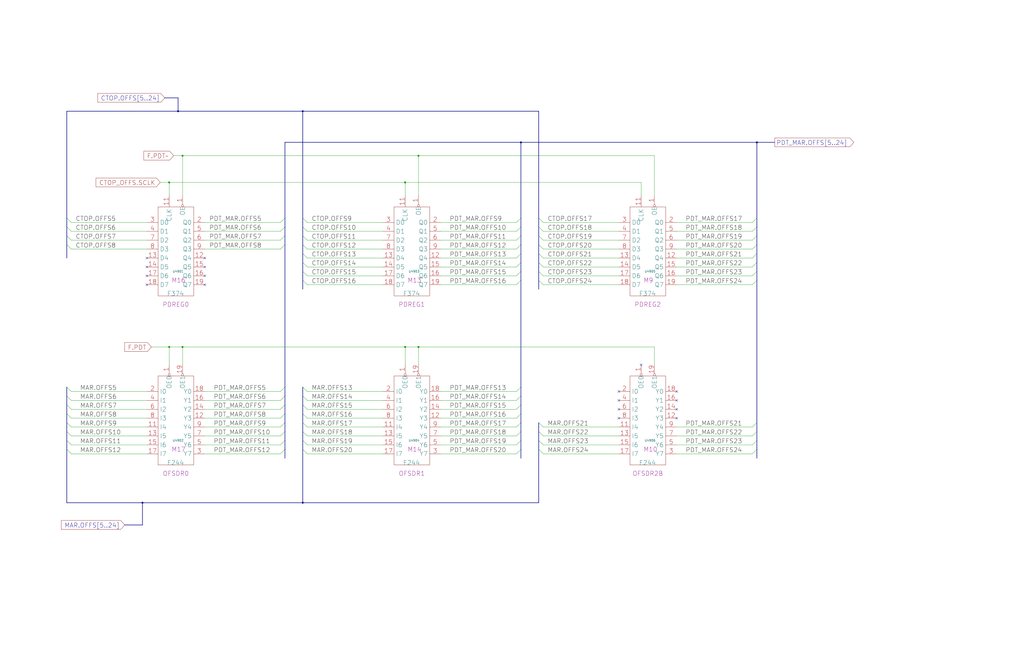
<source format=kicad_sch>
(kicad_sch (version 20250114) (generator "eeschema") (generator_version "9.0")
  (paper "User" 584.2 378.46)
  (title_block (title "CSA OFFSET SELECT") (date "20-MAR-90") (rev "1.0") (comment 1 "FIU") (comment 2 "232-003065") (comment 3 "S400") (comment 4 "RELEASED"))
  (lib_symbols
    (symbol "r1000:F244" (pin_names (offset 1.016))
      (property "Reference" "U" (at 2.54 5.08 0))
      (property "Value" "F244" (at -3.81 -7.62 0))
      (property "Location" "___" (at -1.27 0 0))
      (property "Name" "______" (at 1.27 -15.24 0))
      (symbol "F244_1_1"
        (rectangle (start -8.89 41.91) (end 11.43 -8.89))
        (circle (center -2.54 42.545) (radius 0.635))
        (circle (center 5.08 42.545) (radius 0.635))
        (pin input line (at -15.24 33.02 0) (length 6.35) (name "I0") (number "2"))
        (pin input line (at -15.24 27.94 0) (length 6.35) (name "I1") (number "4"))
        (pin input line (at -15.24 22.86 0) (length 6.35) (name "I2") (number "6"))
        (pin input line (at -15.24 17.78 0) (length 6.35) (name "I3") (number "8"))
        (pin input line (at -15.24 12.7 0) (length 6.35) (name "I4") (number "11"))
        (pin input line (at -15.24 7.62 0) (length 6.35) (name "I5") (number "13"))
        (pin input line (at -15.24 2.54 0) (length 6.35) (name "I6") (number "15"))
        (pin input line (at -15.24 -2.54 0) (length 6.35) (name "I7") (number "17"))
        (pin input line (at -2.54 48.26 270) (length 5.08) (name "OE0") (number "1"))
        (pin input line (at 5.08 48.26 270) (length 5.08) (name "OE1") (number "19"))
        (pin tri_state line (at 17.78 33.02 180) (length 6.35) (name "Y0") (number "18"))
        (pin tri_state line (at 17.78 27.94 180) (length 6.35) (name "Y1") (number "16"))
        (pin tri_state line (at 17.78 22.86 180) (length 6.35) (name "Y2") (number "14"))
        (pin tri_state line (at 17.78 17.78 180) (length 6.35) (name "Y3") (number "12"))
        (pin tri_state line (at 17.78 12.7 180) (length 6.35) (name "Y4") (number "9"))
        (pin tri_state line (at 17.78 7.62 180) (length 6.35) (name "Y5") (number "7"))
        (pin tri_state line (at 17.78 2.54 180) (length 6.35) (name "Y6") (number "5"))
        (pin tri_state line (at 17.78 -2.54 180) (length 6.35) (name "Y7") (number "3"))
      )
    )
    (symbol "r1000:F374" (pin_names (offset 1.016))
      (property "Reference" "U" (at 2.54 5.08 0))
      (property "Value" "F374" (at -3.81 -7.62 0))
      (property "Location" "___" (at -1.27 0 0))
      (property "Name" "______" (at 1.27 -15.24 0))
      (symbol "F374_1_1"
        (rectangle (start -8.89 41.91) (end 11.43 -8.89))
        (circle (center 5.08 42.545) (radius 0.635))
        (pin input line (at -15.24 33.02 0) (length 6.35) (name "D0") (number "3"))
        (pin input line (at -15.24 27.94 0) (length 6.35) (name "D1") (number "4"))
        (pin input line (at -15.24 22.86 0) (length 6.35) (name "D2") (number "7"))
        (pin input line (at -15.24 17.78 0) (length 6.35) (name "D3") (number "8"))
        (pin input line (at -15.24 12.7 0) (length 6.35) (name "D4") (number "13"))
        (pin input line (at -15.24 7.62 0) (length 6.35) (name "D5") (number "14"))
        (pin input line (at -15.24 2.54 0) (length 6.35) (name "D6") (number "17"))
        (pin input line (at -15.24 -2.54 0) (length 6.35) (name "D7") (number "18"))
        (pin input line (at -2.54 48.26 270) (length 6.35) (name "CLK") (number "11"))
        (pin input line (at 5.08 48.26 270) (length 5.08) (name "OE") (number "1"))
        (pin tri_state line (at 17.78 33.02 180) (length 6.35) (name "Q0") (number "2"))
        (pin tri_state line (at 17.78 27.94 180) (length 6.35) (name "Q1") (number "5"))
        (pin tri_state line (at 17.78 22.86 180) (length 6.35) (name "Q2") (number "6"))
        (pin tri_state line (at 17.78 17.78 180) (length 6.35) (name "Q3") (number "9"))
        (pin tri_state line (at 17.78 12.7 180) (length 6.35) (name "Q4") (number "12"))
        (pin tri_state line (at 17.78 7.62 180) (length 6.35) (name "Q5") (number "15"))
        (pin tri_state line (at 17.78 2.54 180) (length 6.35) (name "Q6") (number "16"))
        (pin tri_state line (at 17.78 -2.54 180) (length 6.35) (name "Q7") (number "19"))
      )
    )
  )
  (junction (at 238.76 88.9))
  (junction (at 231.14 104.14))
  (junction (at 172.72 63.5))
  (junction (at 431.8 81.28))
  (junction (at 81.28 287.02))
  (junction (at 96.52 198.12))
  (junction (at 238.76 198.12))
  (junction (at 297.18 81.28))
  (junction (at 104.14 88.9))
  (junction (at 101.6 63.5))
  (junction (at 231.14 198.12))
  (junction (at 172.72 287.02))
  (junction (at 104.14 198.12))
  (junction (at 96.52 104.14))
  (no_connect (at 353.06 233.68))
  (no_connect (at 386.08 238.76))
  (no_connect (at 353.06 228.6))
  (no_connect (at 386.08 233.68))
  (no_connect (at 116.84 162.56))
  (no_connect (at 116.84 152.4))
  (no_connect (at 83.82 157.48))
  (no_connect (at 386.08 223.52))
  (no_connect (at 365.76 208.28))
  (no_connect (at 353.06 238.76))
  (no_connect (at 83.82 147.32))
  (no_connect (at 83.82 162.56))
  (no_connect (at 386.08 228.6))
  (no_connect (at 116.84 157.48))
  (no_connect (at 116.84 147.32))
  (no_connect (at 353.06 223.52))
  (no_connect (at 83.82 152.4))
  (bus_entry (at 172.72 246.38) (size 2.54 2.54))
  (bus_entry (at 162.56 226.06) (size -2.54 2.54))
  (bus_entry (at 38.1 236.22) (size 2.54 2.54))
  (bus_entry (at 172.72 139.7) (size 2.54 2.54))
  (bus_entry (at 172.72 251.46) (size 2.54 2.54))
  (bus_entry (at 297.18 241.3) (size -2.54 2.54))
  (bus_entry (at 307.34 149.86) (size 2.54 2.54))
  (bus_entry (at 431.8 149.86) (size -2.54 2.54))
  (bus_entry (at 307.34 124.46) (size 2.54 2.54))
  (bus_entry (at 162.56 129.54) (size -2.54 2.54))
  (bus_entry (at 38.1 246.38) (size 2.54 2.54))
  (bus_entry (at 307.34 251.46) (size 2.54 2.54))
  (bus_entry (at 38.1 129.54) (size 2.54 2.54))
  (bus_entry (at 297.18 144.78) (size -2.54 2.54))
  (bus_entry (at 297.18 220.98) (size -2.54 2.54))
  (bus_entry (at 307.34 246.38) (size 2.54 2.54))
  (bus_entry (at 297.18 226.06) (size -2.54 2.54))
  (bus_entry (at 172.72 154.94) (size 2.54 2.54))
  (bus_entry (at 38.1 220.98) (size 2.54 2.54))
  (bus_entry (at 172.72 134.62) (size 2.54 2.54))
  (bus_entry (at 307.34 144.78) (size 2.54 2.54))
  (bus_entry (at 431.8 241.3) (size -2.54 2.54))
  (bus_entry (at 172.72 129.54) (size 2.54 2.54))
  (bus_entry (at 172.72 226.06) (size 2.54 2.54))
  (bus_entry (at 307.34 139.7) (size 2.54 2.54))
  (bus_entry (at 38.1 134.62) (size 2.54 2.54))
  (bus_entry (at 38.1 139.7) (size 2.54 2.54))
  (bus_entry (at 307.34 134.62) (size 2.54 2.54))
  (bus_entry (at 431.8 144.78) (size -2.54 2.54))
  (bus_entry (at 172.72 144.78) (size 2.54 2.54))
  (bus_entry (at 38.1 241.3) (size 2.54 2.54))
  (bus_entry (at 162.56 231.14) (size -2.54 2.54))
  (bus_entry (at 172.72 236.22) (size 2.54 2.54))
  (bus_entry (at 431.8 256.54) (size -2.54 2.54))
  (bus_entry (at 431.8 134.62) (size -2.54 2.54))
  (bus_entry (at 307.34 256.54) (size 2.54 2.54))
  (bus_entry (at 431.8 160.02) (size -2.54 2.54))
  (bus_entry (at 172.72 124.46) (size 2.54 2.54))
  (bus_entry (at 431.8 124.46) (size -2.54 2.54))
  (bus_entry (at 431.8 129.54) (size -2.54 2.54))
  (bus_entry (at 162.56 246.38) (size -2.54 2.54))
  (bus_entry (at 172.72 241.3) (size 2.54 2.54))
  (bus_entry (at 297.18 129.54) (size -2.54 2.54))
  (bus_entry (at 297.18 236.22) (size -2.54 2.54))
  (bus_entry (at 172.72 149.86) (size 2.54 2.54))
  (bus_entry (at 162.56 139.7) (size -2.54 2.54))
  (bus_entry (at 162.56 236.22) (size -2.54 2.54))
  (bus_entry (at 162.56 241.3) (size -2.54 2.54))
  (bus_entry (at 38.1 226.06) (size 2.54 2.54))
  (bus_entry (at 38.1 256.54) (size 2.54 2.54))
  (bus_entry (at 297.18 139.7) (size -2.54 2.54))
  (bus_entry (at 297.18 231.14) (size -2.54 2.54))
  (bus_entry (at 162.56 256.54) (size -2.54 2.54))
  (bus_entry (at 307.34 129.54) (size 2.54 2.54))
  (bus_entry (at 297.18 246.38) (size -2.54 2.54))
  (bus_entry (at 307.34 241.3) (size 2.54 2.54))
  (bus_entry (at 162.56 134.62) (size -2.54 2.54))
  (bus_entry (at 172.72 160.02) (size 2.54 2.54))
  (bus_entry (at 172.72 231.14) (size 2.54 2.54))
  (bus_entry (at 162.56 124.46) (size -2.54 2.54))
  (bus_entry (at 38.1 251.46) (size 2.54 2.54))
  (bus_entry (at 297.18 160.02) (size -2.54 2.54))
  (bus_entry (at 431.8 139.7) (size -2.54 2.54))
  (bus_entry (at 162.56 251.46) (size -2.54 2.54))
  (bus_entry (at 38.1 124.46) (size 2.54 2.54))
  (bus_entry (at 307.34 160.02) (size 2.54 2.54))
  (bus_entry (at 431.8 251.46) (size -2.54 2.54))
  (bus_entry (at 297.18 124.46) (size -2.54 2.54))
  (bus_entry (at 38.1 231.14) (size 2.54 2.54))
  (bus_entry (at 297.18 256.54) (size -2.54 2.54))
  (bus_entry (at 297.18 134.62) (size -2.54 2.54))
  (bus_entry (at 172.72 256.54) (size 2.54 2.54))
  (bus_entry (at 307.34 154.94) (size 2.54 2.54))
  (bus_entry (at 297.18 149.86) (size -2.54 2.54))
  (bus_entry (at 162.56 220.98) (size -2.54 2.54))
  (bus_entry (at 297.18 251.46) (size -2.54 2.54))
  (bus_entry (at 172.72 220.98) (size 2.54 2.54))
  (bus_entry (at 297.18 154.94) (size -2.54 2.54))
  (bus_entry (at 431.8 246.38) (size -2.54 2.54))
  (bus_entry (at 431.8 154.94) (size -2.54 2.54))
  (bus (pts (xy 297.18 160.02) (xy 297.18 220.98)))
  (wire (pts (xy 175.26 152.4) (xy 218.44 152.4)))
  (wire (pts (xy 294.64 254) (xy 251.46 254)))
  (wire (pts (xy 160.02 259.08) (xy 116.84 259.08)))
  (wire (pts (xy 99.06 88.9) (xy 104.14 88.9)))
  (wire (pts (xy 175.26 254) (xy 218.44 254)))
  (wire (pts (xy 175.26 233.68) (xy 218.44 233.68)))
  (wire (pts (xy 309.88 162.56) (xy 353.06 162.56)))
  (wire (pts (xy 251.46 127) (xy 294.64 127)))
  (bus (pts (xy 162.56 81.28) (xy 162.56 124.46)))
  (bus (pts (xy 297.18 144.78) (xy 297.18 149.86)))
  (wire (pts (xy 175.26 223.52) (xy 218.44 223.52)))
  (wire (pts (xy 40.64 248.92) (xy 83.82 248.92)))
  (bus (pts (xy 162.56 226.06) (xy 162.56 231.14)))
  (bus (pts (xy 172.72 124.46) (xy 172.72 129.54)))
  (bus (pts (xy 431.8 81.28) (xy 441.96 81.28)))
  (wire (pts (xy 238.76 88.9) (xy 238.76 111.76)))
  (wire (pts (xy 294.64 259.08) (xy 251.46 259.08)))
  (wire (pts (xy 309.88 243.84) (xy 353.06 243.84)))
  (bus (pts (xy 307.34 246.38) (xy 307.34 251.46)))
  (wire (pts (xy 160.02 223.52) (xy 116.84 223.52)))
  (bus (pts (xy 307.34 287.02) (xy 172.72 287.02)))
  (bus (pts (xy 172.72 149.86) (xy 172.72 154.94)))
  (bus (pts (xy 172.72 256.54) (xy 172.72 287.02)))
  (bus (pts (xy 297.18 256.54) (xy 297.18 261.62)))
  (bus (pts (xy 38.1 134.62) (xy 38.1 139.7)))
  (wire (pts (xy 365.76 104.14) (xy 365.76 111.76)))
  (wire (pts (xy 231.14 104.14) (xy 365.76 104.14)))
  (bus (pts (xy 38.1 231.14) (xy 38.1 236.22)))
  (wire (pts (xy 175.26 142.24) (xy 218.44 142.24)))
  (wire (pts (xy 175.26 228.6) (xy 218.44 228.6)))
  (wire (pts (xy 40.64 238.76) (xy 83.82 238.76)))
  (bus (pts (xy 297.18 149.86) (xy 297.18 154.94)))
  (wire (pts (xy 429.26 127) (xy 386.08 127)))
  (bus (pts (xy 172.72 139.7) (xy 172.72 144.78)))
  (bus (pts (xy 101.6 55.88) (xy 101.6 63.5)))
  (wire (pts (xy 251.46 132.08) (xy 294.64 132.08)))
  (wire (pts (xy 231.14 104.14) (xy 231.14 111.76)))
  (bus (pts (xy 297.18 226.06) (xy 297.18 231.14)))
  (bus (pts (xy 297.18 124.46) (xy 297.18 129.54)))
  (bus (pts (xy 162.56 231.14) (xy 162.56 236.22)))
  (wire (pts (xy 294.64 223.52) (xy 251.46 223.52)))
  (wire (pts (xy 429.26 162.56) (xy 386.08 162.56)))
  (wire (pts (xy 160.02 254) (xy 116.84 254)))
  (wire (pts (xy 238.76 198.12) (xy 373.38 198.12)))
  (bus (pts (xy 431.8 134.62) (xy 431.8 139.7)))
  (bus (pts (xy 172.72 231.14) (xy 172.72 236.22)))
  (bus (pts (xy 162.56 220.98) (xy 162.56 226.06)))
  (bus (pts (xy 162.56 129.54) (xy 162.56 134.62)))
  (wire (pts (xy 40.64 259.08) (xy 83.82 259.08)))
  (wire (pts (xy 175.26 137.16) (xy 218.44 137.16)))
  (wire (pts (xy 96.52 208.28) (xy 96.52 198.12)))
  (wire (pts (xy 175.26 162.56) (xy 218.44 162.56)))
  (wire (pts (xy 175.26 132.08) (xy 218.44 132.08)))
  (wire (pts (xy 175.26 248.92) (xy 218.44 248.92)))
  (bus (pts (xy 307.34 241.3) (xy 307.34 246.38)))
  (bus (pts (xy 307.34 144.78) (xy 307.34 149.86)))
  (bus (pts (xy 431.8 129.54) (xy 431.8 134.62)))
  (bus (pts (xy 172.72 251.46) (xy 172.72 256.54)))
  (wire (pts (xy 386.08 259.08) (xy 429.26 259.08)))
  (wire (pts (xy 251.46 147.32) (xy 294.64 147.32)))
  (wire (pts (xy 251.46 162.56) (xy 294.64 162.56)))
  (wire (pts (xy 251.46 137.16) (xy 294.64 137.16)))
  (bus (pts (xy 307.34 160.02) (xy 307.34 165.1)))
  (wire (pts (xy 386.08 243.84) (xy 429.26 243.84)))
  (bus (pts (xy 297.18 251.46) (xy 297.18 256.54)))
  (bus (pts (xy 172.72 154.94) (xy 172.72 160.02)))
  (bus (pts (xy 307.34 63.5) (xy 307.34 124.46)))
  (wire (pts (xy 251.46 157.48) (xy 294.64 157.48)))
  (bus (pts (xy 172.72 287.02) (xy 81.28 287.02)))
  (bus (pts (xy 162.56 134.62) (xy 162.56 139.7)))
  (wire (pts (xy 40.64 243.84) (xy 83.82 243.84)))
  (bus (pts (xy 38.1 129.54) (xy 38.1 134.62)))
  (bus (pts (xy 38.1 251.46) (xy 38.1 256.54)))
  (wire (pts (xy 175.26 243.84) (xy 218.44 243.84)))
  (wire (pts (xy 160.02 233.68) (xy 116.84 233.68)))
  (bus (pts (xy 172.72 241.3) (xy 172.72 246.38)))
  (wire (pts (xy 104.14 88.9) (xy 104.14 111.76)))
  (wire (pts (xy 40.64 142.24) (xy 83.82 142.24)))
  (bus (pts (xy 162.56 81.28) (xy 297.18 81.28)))
  (bus (pts (xy 431.8 256.54) (xy 431.8 261.62)))
  (bus (pts (xy 307.34 63.5) (xy 172.72 63.5)))
  (bus (pts (xy 307.34 124.46) (xy 307.34 129.54)))
  (bus (pts (xy 38.1 124.46) (xy 38.1 129.54)))
  (wire (pts (xy 40.64 223.52) (xy 83.82 223.52)))
  (bus (pts (xy 162.56 139.7) (xy 162.56 220.98)))
  (wire (pts (xy 86.36 198.12) (xy 96.52 198.12)))
  (bus (pts (xy 172.72 226.06) (xy 172.72 231.14)))
  (wire (pts (xy 251.46 142.24) (xy 294.64 142.24)))
  (wire (pts (xy 40.64 132.08) (xy 83.82 132.08)))
  (wire (pts (xy 309.88 147.32) (xy 353.06 147.32)))
  (bus (pts (xy 162.56 241.3) (xy 162.56 246.38)))
  (wire (pts (xy 160.02 243.84) (xy 116.84 243.84)))
  (wire (pts (xy 294.64 248.92) (xy 251.46 248.92)))
  (bus (pts (xy 431.8 149.86) (xy 431.8 154.94)))
  (bus (pts (xy 431.8 154.94) (xy 431.8 160.02)))
  (bus (pts (xy 307.34 251.46) (xy 307.34 256.54)))
  (bus (pts (xy 297.18 81.28) (xy 431.8 81.28)))
  (bus (pts (xy 38.1 220.98) (xy 38.1 226.06)))
  (wire (pts (xy 309.88 152.4) (xy 353.06 152.4)))
  (bus (pts (xy 297.18 220.98) (xy 297.18 226.06)))
  (wire (pts (xy 238.76 88.9) (xy 373.38 88.9)))
  (bus (pts (xy 172.72 246.38) (xy 172.72 251.46)))
  (bus (pts (xy 307.34 134.62) (xy 307.34 139.7)))
  (bus (pts (xy 172.72 134.62) (xy 172.72 139.7)))
  (bus (pts (xy 297.18 81.28) (xy 297.18 124.46)))
  (wire (pts (xy 175.26 147.32) (xy 218.44 147.32)))
  (wire (pts (xy 309.88 137.16) (xy 353.06 137.16)))
  (bus (pts (xy 38.1 63.5) (xy 38.1 124.46)))
  (bus (pts (xy 38.1 246.38) (xy 38.1 251.46)))
  (wire (pts (xy 309.88 259.08) (xy 353.06 259.08)))
  (wire (pts (xy 40.64 254) (xy 83.82 254)))
  (bus (pts (xy 172.72 220.98) (xy 172.72 226.06)))
  (wire (pts (xy 309.88 132.08) (xy 353.06 132.08)))
  (wire (pts (xy 309.88 157.48) (xy 353.06 157.48)))
  (wire (pts (xy 429.26 137.16) (xy 386.08 137.16)))
  (wire (pts (xy 96.52 104.14) (xy 96.52 111.76)))
  (bus (pts (xy 431.8 160.02) (xy 431.8 241.3)))
  (wire (pts (xy 96.52 198.12) (xy 104.14 198.12)))
  (bus (pts (xy 307.34 139.7) (xy 307.34 144.78)))
  (bus (pts (xy 297.18 129.54) (xy 297.18 134.62)))
  (bus (pts (xy 297.18 139.7) (xy 297.18 144.78)))
  (bus (pts (xy 81.28 299.72) (xy 81.28 287.02)))
  (bus (pts (xy 162.56 236.22) (xy 162.56 241.3)))
  (bus (pts (xy 172.72 160.02) (xy 172.72 165.1)))
  (wire (pts (xy 294.64 243.84) (xy 251.46 243.84)))
  (bus (pts (xy 431.8 124.46) (xy 431.8 129.54)))
  (bus (pts (xy 297.18 246.38) (xy 297.18 251.46)))
  (bus (pts (xy 307.34 256.54) (xy 307.34 287.02)))
  (bus (pts (xy 297.18 154.94) (xy 297.18 160.02)))
  (wire (pts (xy 175.26 238.76) (xy 218.44 238.76)))
  (wire (pts (xy 294.64 233.68) (xy 251.46 233.68)))
  (wire (pts (xy 294.64 228.6) (xy 251.46 228.6)))
  (bus (pts (xy 38.1 256.54) (xy 38.1 287.02)))
  (wire (pts (xy 104.14 198.12) (xy 231.14 198.12)))
  (wire (pts (xy 91.44 104.14) (xy 96.52 104.14)))
  (wire (pts (xy 251.46 152.4) (xy 294.64 152.4)))
  (wire (pts (xy 309.88 248.92) (xy 353.06 248.92)))
  (wire (pts (xy 160.02 248.92) (xy 116.84 248.92)))
  (bus (pts (xy 81.28 287.02) (xy 38.1 287.02)))
  (wire (pts (xy 96.52 104.14) (xy 231.14 104.14)))
  (wire (pts (xy 104.14 198.12) (xy 104.14 208.28)))
  (bus (pts (xy 172.72 144.78) (xy 172.72 149.86)))
  (wire (pts (xy 238.76 198.12) (xy 238.76 208.28)))
  (bus (pts (xy 172.72 129.54) (xy 172.72 134.62)))
  (wire (pts (xy 231.14 198.12) (xy 238.76 198.12)))
  (wire (pts (xy 309.88 254) (xy 353.06 254)))
  (bus (pts (xy 297.18 134.62) (xy 297.18 139.7)))
  (bus (pts (xy 431.8 246.38) (xy 431.8 251.46)))
  (bus (pts (xy 162.56 246.38) (xy 162.56 251.46)))
  (bus (pts (xy 101.6 63.5) (xy 38.1 63.5)))
  (bus (pts (xy 431.8 144.78) (xy 431.8 149.86)))
  (bus (pts (xy 431.8 251.46) (xy 431.8 256.54)))
  (wire (pts (xy 40.64 228.6) (xy 83.82 228.6)))
  (wire (pts (xy 116.84 137.16) (xy 160.02 137.16)))
  (wire (pts (xy 294.64 238.76) (xy 251.46 238.76)))
  (wire (pts (xy 116.84 132.08) (xy 160.02 132.08)))
  (wire (pts (xy 429.26 157.48) (xy 386.08 157.48)))
  (wire (pts (xy 116.84 127) (xy 160.02 127)))
  (wire (pts (xy 40.64 127) (xy 83.82 127)))
  (bus (pts (xy 38.1 236.22) (xy 38.1 241.3)))
  (bus (pts (xy 297.18 231.14) (xy 297.18 236.22)))
  (bus (pts (xy 71.12 299.72) (xy 81.28 299.72)))
  (wire (pts (xy 40.64 233.68) (xy 83.82 233.68)))
  (bus (pts (xy 38.1 241.3) (xy 38.1 246.38)))
  (bus (pts (xy 431.8 81.28) (xy 431.8 124.46)))
  (wire (pts (xy 160.02 228.6) (xy 116.84 228.6)))
  (wire (pts (xy 309.88 142.24) (xy 353.06 142.24)))
  (wire (pts (xy 104.14 88.9) (xy 238.76 88.9)))
  (wire (pts (xy 429.26 142.24) (xy 386.08 142.24)))
  (bus (pts (xy 307.34 149.86) (xy 307.34 154.94)))
  (wire (pts (xy 429.26 152.4) (xy 386.08 152.4)))
  (bus (pts (xy 431.8 139.7) (xy 431.8 144.78)))
  (wire (pts (xy 160.02 238.76) (xy 116.84 238.76)))
  (bus (pts (xy 38.1 226.06) (xy 38.1 231.14)))
  (wire (pts (xy 116.84 142.24) (xy 160.02 142.24)))
  (wire (pts (xy 386.08 248.92) (xy 429.26 248.92)))
  (wire (pts (xy 175.26 127) (xy 218.44 127)))
  (wire (pts (xy 309.88 127) (xy 353.06 127)))
  (wire (pts (xy 429.26 132.08) (xy 386.08 132.08)))
  (bus (pts (xy 172.72 63.5) (xy 101.6 63.5)))
  (wire (pts (xy 231.14 208.28) (xy 231.14 198.12)))
  (wire (pts (xy 429.26 147.32) (xy 386.08 147.32)))
  (bus (pts (xy 162.56 124.46) (xy 162.56 129.54)))
  (wire (pts (xy 175.26 259.08) (xy 218.44 259.08)))
  (bus (pts (xy 172.72 63.5) (xy 172.72 124.46)))
  (bus (pts (xy 431.8 241.3) (xy 431.8 246.38)))
  (bus (pts (xy 162.56 256.54) (xy 162.56 261.62)))
  (wire (pts (xy 175.26 157.48) (xy 218.44 157.48)))
  (bus (pts (xy 162.56 251.46) (xy 162.56 256.54)))
  (wire (pts (xy 373.38 88.9) (xy 373.38 111.76)))
  (wire (pts (xy 40.64 137.16) (xy 83.82 137.16)))
  (bus (pts (xy 297.18 241.3) (xy 297.18 246.38)))
  (bus (pts (xy 307.34 129.54) (xy 307.34 134.62)))
  (bus (pts (xy 172.72 236.22) (xy 172.72 241.3)))
  (wire (pts (xy 386.08 254) (xy 429.26 254)))
  (bus (pts (xy 307.34 154.94) (xy 307.34 160.02)))
  (bus (pts (xy 93.98 55.88) (xy 101.6 55.88)))
  (wire (pts (xy 373.38 208.28) (xy 373.38 198.12)))
  (bus (pts (xy 38.1 139.7) (xy 38.1 147.32)))
  (bus (pts (xy 297.18 236.22) (xy 297.18 241.3)))
  (label "PDT_MAR.OFFS9" (at 256.54 127 0) (effects (font (size 2.54 2.54))))
  (label "PDT_MAR.OFFS24" (at 391.16 259.08 0) (effects (font (size 2.54 2.54))))
  (label "MAR.OFFS14" (at 177.8 228.6 0) (effects (font (size 2.54 2.54))))
  (label "CTOP.OFFS16" (at 177.8 162.56 0) (effects (font (size 2.54 2.54))))
  (label "MAR.OFFS17" (at 177.8 243.84 0) (effects (font (size 2.54 2.54))))
  (label "PDT_MAR.OFFS16" (at 256.54 162.56 0) (effects (font (size 2.54 2.54))))
  (label "PDT_MAR.OFFS21" (at 391.16 243.84 0) (effects (font (size 2.54 2.54))))
  (label "MAR.OFFS15" (at 177.8 233.68 0) (effects (font (size 2.54 2.54))))
  (label "PDT_MAR.OFFS22" (at 391.16 152.4 0) (effects (font (size 2.54 2.54))))
  (label "PDT_MAR.OFFS8" (at 121.92 238.76 0) (effects (font (size 2.54 2.54))))
  (label "CTOP.OFFS15" (at 177.8 157.48 0) (effects (font (size 2.54 2.54))))
  (label "PDT_MAR.OFFS6" (at 119.38 132.08 0) (effects (font (size 2.54 2.54))))
  (label "PDT_MAR.OFFS22" (at 391.16 248.92 0) (effects (font (size 2.54 2.54))))
  (label "MAR.OFFS24" (at 312.42 259.08 0) (effects (font (size 2.54 2.54))))
  (label "PDT_MAR.OFFS15" (at 256.54 157.48 0) (effects (font (size 2.54 2.54))))
  (label "MAR.OFFS20" (at 177.8 259.08 0) (effects (font (size 2.54 2.54))))
  (label "MAR.OFFS21" (at 312.42 243.84 0) (effects (font (size 2.54 2.54))))
  (label "PDT_MAR.OFFS12" (at 121.92 259.08 0) (effects (font (size 2.54 2.54))))
  (label "MAR.OFFS5" (at 45.72 223.52 0) (effects (font (size 2.54 2.54))))
  (label "PDT_MAR.OFFS11" (at 121.92 254 0) (effects (font (size 2.54 2.54))))
  (label "CTOP.OFFS14" (at 177.8 152.4 0) (effects (font (size 2.54 2.54))))
  (label "MAR.OFFS10" (at 45.72 248.92 0) (effects (font (size 2.54 2.54))))
  (label "PDT_MAR.OFFS10" (at 256.54 132.08 0) (effects (font (size 2.54 2.54))))
  (label "PDT_MAR.OFFS7" (at 121.92 233.68 0) (effects (font (size 2.54 2.54))))
  (label "CTOP.OFFS19" (at 312.42 137.16 0) (effects (font (size 2.54 2.54))))
  (label "PDT_MAR.OFFS24" (at 391.16 162.56 0) (effects (font (size 2.54 2.54))))
  (label "PDT_MAR.OFFS20" (at 256.54 259.08 0) (effects (font (size 2.54 2.54))))
  (label "PDT_MAR.OFFS14" (at 256.54 152.4 0) (effects (font (size 2.54 2.54))))
  (label "CTOP.OFFS22" (at 312.42 152.4 0) (effects (font (size 2.54 2.54))))
  (label "CTOP.OFFS20" (at 312.42 142.24 0) (effects (font (size 2.54 2.54))))
  (label "CTOP.OFFS23" (at 312.42 157.48 0) (effects (font (size 2.54 2.54))))
  (label "PDT_MAR.OFFS13" (at 256.54 223.52 0) (effects (font (size 2.54 2.54))))
  (label "PDT_MAR.OFFS13" (at 256.54 147.32 0) (effects (font (size 2.54 2.54))))
  (label "PDT_MAR.OFFS15" (at 256.54 233.68 0) (effects (font (size 2.54 2.54))))
  (label "PDT_MAR.OFFS11" (at 256.54 137.16 0) (effects (font (size 2.54 2.54))))
  (label "PDT_MAR.OFFS9" (at 121.92 243.84 0) (effects (font (size 2.54 2.54))))
  (label "CTOP.OFFS24" (at 312.42 162.56 0) (effects (font (size 2.54 2.54))))
  (label "CTOP.OFFS18" (at 312.42 132.08 0) (effects (font (size 2.54 2.54))))
  (label "PDT_MAR.OFFS23" (at 391.16 157.48 0) (effects (font (size 2.54 2.54))))
  (label "CTOP.OFFS11" (at 177.8 137.16 0) (effects (font (size 2.54 2.54))))
  (label "MAR.OFFS22" (at 312.42 248.92 0) (effects (font (size 2.54 2.54))))
  (label "MAR.OFFS13" (at 177.8 223.52 0) (effects (font (size 2.54 2.54))))
  (label "CTOP.OFFS10" (at 177.8 132.08 0) (effects (font (size 2.54 2.54))))
  (label "MAR.OFFS11" (at 45.72 254 0) (effects (font (size 2.54 2.54))))
  (label "PDT_MAR.OFFS18" (at 391.16 132.08 0) (effects (font (size 2.54 2.54))))
  (label "MAR.OFFS19" (at 177.8 254 0) (effects (font (size 2.54 2.54))))
  (label "MAR.OFFS18" (at 177.8 248.92 0) (effects (font (size 2.54 2.54))))
  (label "CTOP.OFFS21" (at 312.42 147.32 0) (effects (font (size 2.54 2.54))))
  (label "PDT_MAR.OFFS5" (at 121.92 223.52 0) (effects (font (size 2.54 2.54))))
  (label "CTOP.OFFS17" (at 312.42 127 0) (effects (font (size 2.54 2.54))))
  (label "PDT_MAR.OFFS19" (at 391.16 137.16 0) (effects (font (size 2.54 2.54))))
  (label "PDT_MAR.OFFS5" (at 119.38 127 0) (effects (font (size 2.54 2.54))))
  (label "PDT_MAR.OFFS17" (at 256.54 243.84 0) (effects (font (size 2.54 2.54))))
  (label "PDT_MAR.OFFS6" (at 121.92 228.6 0) (effects (font (size 2.54 2.54))))
  (label "CTOP.OFFS13" (at 177.8 147.32 0) (effects (font (size 2.54 2.54))))
  (label "PDT_MAR.OFFS20" (at 391.16 142.24 0) (effects (font (size 2.54 2.54))))
  (label "PDT_MAR.OFFS14" (at 256.54 228.6 0) (effects (font (size 2.54 2.54))))
  (label "CTOP.OFFS5" (at 43.18 127 0) (effects (font (size 2.54 2.54))))
  (label "PDT_MAR.OFFS17" (at 391.16 127 0) (effects (font (size 2.54 2.54))))
  (label "MAR.OFFS6" (at 45.72 228.6 0) (effects (font (size 2.54 2.54))))
  (label "MAR.OFFS12" (at 45.72 259.08 0) (effects (font (size 2.54 2.54))))
  (label "PDT_MAR.OFFS19" (at 256.54 254 0) (effects (font (size 2.54 2.54))))
  (label "PDT_MAR.OFFS12" (at 256.54 142.24 0) (effects (font (size 2.54 2.54))))
  (label "MAR.OFFS8" (at 45.72 238.76 0) (effects (font (size 2.54 2.54))))
  (label "CTOP.OFFS9" (at 177.8 127 0) (effects (font (size 2.54 2.54))))
  (label "CTOP.OFFS6" (at 43.18 132.08 0) (effects (font (size 2.54 2.54))))
  (label "PDT_MAR.OFFS10" (at 121.92 248.92 0) (effects (font (size 2.54 2.54))))
  (label "PDT_MAR.OFFS23" (at 391.16 254 0) (effects (font (size 2.54 2.54))))
  (label "PDT_MAR.OFFS18" (at 256.54 248.92 0) (effects (font (size 2.54 2.54))))
  (label "MAR.OFFS9" (at 45.72 243.84 0) (effects (font (size 2.54 2.54))))
  (label "MAR.OFFS23" (at 312.42 254 0) (effects (font (size 2.54 2.54))))
  (label "PDT_MAR.OFFS21" (at 391.16 147.32 0) (effects (font (size 2.54 2.54))))
  (label "CTOP.OFFS8" (at 43.18 142.24 0) (effects (font (size 2.54 2.54))))
  (label "CTOP.OFFS7" (at 43.18 137.16 0) (effects (font (size 2.54 2.54))))
  (label "MAR.OFFS7" (at 45.72 233.68 0) (effects (font (size 2.54 2.54))))
  (label "MAR.OFFS16" (at 177.8 238.76 0) (effects (font (size 2.54 2.54))))
  (label "PDT_MAR.OFFS8" (at 119.38 142.24 0) (effects (font (size 2.54 2.54))))
  (label "PDT_MAR.OFFS7" (at 119.38 137.16 0) (effects (font (size 2.54 2.54))))
  (label "PDT_MAR.OFFS16" (at 256.54 238.76 0) (effects (font (size 2.54 2.54))))
  (label "CTOP.OFFS12" (at 177.8 142.24 0) (effects (font (size 2.54 2.54))))
  (global_label "CTOP.OFFS[5..24]" (shape input) (at 93.98 55.88 180) (effects (font (size 2.54 2.54))) (property "Intersheetrefs" "${INTERSHEET_REFS}" (at 55.7711 55.7213 0) (effects (font (size 1.905 1.905)) (justify right))))
  (global_label "MAR.OFFS[5..24]" (shape input) (at 71.12 299.72 180) (effects (font (size 2.54 2.54))) (property "Intersheetrefs" "${INTERSHEET_REFS}" (at 34.9673 299.5613 0) (effects (font (size 1.905 1.905)) (justify right))))
  (global_label "F.PDT~" (shape input) (at 99.06 88.9 180) (effects (font (size 2.54 2.54))) (property "Intersheetrefs" "${INTERSHEET_REFS}" (at 82.0178 88.7413 0) (effects (font (size 1.905 1.905)) (justify right))))
  (global_label "CTOP_OFFS.SCLK" (shape input) (at 91.44 104.14 180) (effects (font (size 2.54 2.54))) (property "Intersheetrefs" "${INTERSHEET_REFS}" (at 54.8035 103.9813 0) (effects (font (size 1.905 1.905)) (justify right))))
  (global_label "F.PDT" (shape input) (at 86.36 198.12 180) (effects (font (size 2.54 2.54))) (property "Intersheetrefs" "${INTERSHEET_REFS}" (at 71.1321 197.9613 0) (effects (font (size 1.905 1.905)) (justify right))))
  (global_label "PDT_MAR.OFFS[5..24]" (shape output) (at 441.96 81.28 0) (effects (font (size 2.54 2.54))) (property "Intersheetrefs" "${INTERSHEET_REFS}" (at 487.0631 81.1213 0) (effects (font (size 1.905 1.905)) (justify left))))
  (symbol (lib_id "r1000:F244") (at 368.3 256.54 0) (unit 1)
    (property "Reference" "U4906" (at 370.84 251.46 0))
    (property "Value" "F244" (at 364.49 264.16 0) (effects (font (size 2.54 2.54)) (justify left)))
    (property "Location" "M10" (at 367.03 256.54 0) (effects (font (size 2.54 2.54)) (justify left)))
    (property "Name" "OFSDR2B" (at 369.57 271.78 0) (effects (font (size 2.54 2.54)) (justify bottom)))
  )
  (symbol (lib_id "r1000:F244") (at 233.68 256.54 0) (unit 1)
    (property "Reference" "U4904" (at 236.22 251.46 0))
    (property "Value" "F244" (at 229.87 264.16 0) (effects (font (size 2.54 2.54)) (justify left)))
    (property "Location" "M14" (at 232.41 256.54 0) (effects (font (size 2.54 2.54)) (justify left)))
    (property "Name" "OFSDR1" (at 234.95 271.78 0) (effects (font (size 2.54 2.54)) (justify bottom)))
  )
  (symbol (lib_id "r1000:F244") (at 99.06 256.54 0) (unit 1)
    (property "Reference" "U4902" (at 101.6 251.46 0))
    (property "Value" "F244" (at 95.25 264.16 0) (effects (font (size 2.54 2.54)) (justify left)))
    (property "Location" "M17" (at 97.79 256.54 0) (effects (font (size 2.54 2.54)) (justify left)))
    (property "Name" "OFSDR0" (at 100.33 271.78 0) (effects (font (size 2.54 2.54)) (justify bottom)))
  )
  (symbol (lib_id "r1000:F374") (at 368.3 160.02 0) (unit 1)
    (property "Reference" "U4905" (at 370.84 154.94 0))
    (property "Value" "F374" (at 364.49 167.64 0) (effects (font (size 2.54 2.54)) (justify left)))
    (property "Location" "M9" (at 367.03 160.02 0) (effects (font (size 2.54 2.54)) (justify left)))
    (property "Name" "PDREG2" (at 369.57 175.26 0) (effects (font (size 2.54 2.54)) (justify bottom)))
  )
  (symbol (lib_id "r1000:F374") (at 233.68 160.02 0) (unit 1)
    (property "Reference" "U4903" (at 236.22 154.94 0))
    (property "Value" "F374" (at 229.87 167.64 0) (effects (font (size 2.54 2.54)) (justify left)))
    (property "Location" "M13" (at 232.41 160.02 0) (effects (font (size 2.54 2.54)) (justify left)))
    (property "Name" "PDREG1" (at 234.95 175.26 0) (effects (font (size 2.54 2.54)) (justify bottom)))
  )
  (symbol (lib_id "r1000:F374") (at 99.06 160.02 0) (unit 1)
    (property "Reference" "U4901" (at 101.6 154.94 0))
    (property "Value" "F374" (at 95.25 167.64 0) (effects (font (size 2.54 2.54)) (justify left)))
    (property "Location" "M16" (at 97.79 160.02 0) (effects (font (size 2.54 2.54)) (justify left)))
    (property "Name" "PDREG0" (at 100.33 175.26 0) (effects (font (size 2.54 2.54)) (justify bottom)))
  )
)
</source>
